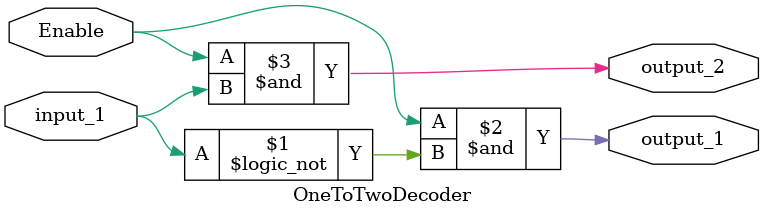
<source format=v>
module OneToTwoDecoder
(
input input_1,
input Enable,
output output_1,
output output_2
);
assign output_1  =  Enable & !input_1;
assign output_2  =  Enable &  input_1;
endmodule
</source>
